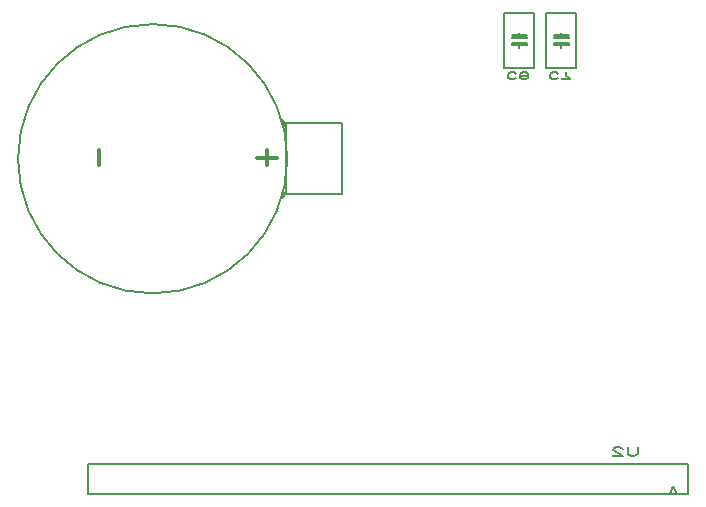
<source format=gbr>
G04 Generated by Ultiboard 13.0 *
%FSLAX24Y24*%
%MOIN*%

%ADD10C,0.0001*%
%ADD11C,0.0080*%
%ADD12C,0.0131*%
%ADD13C,0.0079*%


G04 ColorRGB FF14FF for the following layer *
%LNSilkscreen Bottom*%
%LPD*%
G54D10*
G54D11*
X20760Y2038D02*
X20760Y1800D01*
X20649Y1740D01*
X20538Y1740D01*
X20427Y1800D01*
X20427Y2038D01*
X20260Y1978D02*
X20149Y2038D01*
X20038Y2038D01*
X19927Y1978D01*
X19927Y1949D01*
X20260Y1740D01*
X19927Y1740D01*
X19927Y1770D01*
X22441Y484D02*
X2441Y484D01*
X2441Y1484D02*
X22441Y1484D01*
X22441Y484D01*
X22074Y484D02*
X21941Y734D01*
X21824Y484D01*
X2441Y484D02*
X2441Y1484D01*
X16711Y14487D02*
X16622Y14532D01*
X16533Y14532D01*
X16444Y14487D01*
X16444Y14351D01*
X16533Y14306D01*
X16622Y14306D01*
X16711Y14351D01*
X17022Y14532D02*
X16933Y14532D01*
X16844Y14487D01*
X16844Y14442D01*
X16889Y14419D01*
X16844Y14396D01*
X16844Y14351D01*
X16933Y14306D01*
X17022Y14306D01*
X17111Y14351D01*
X17111Y14396D01*
X17067Y14419D01*
X17111Y14442D01*
X17111Y14487D01*
X17022Y14532D01*
X16889Y14419D02*
X17067Y14419D01*
X16300Y16517D02*
X16300Y14683D01*
X17300Y14683D02*
X17300Y16517D01*
X16300Y14683D02*
X17300Y14683D01*
X17050Y15467D02*
X16550Y15467D01*
X16550Y15517D02*
X17050Y15517D01*
X17050Y15433D02*
X16550Y15433D01*
X16800Y15450D02*
X16800Y15350D01*
X17050Y15683D02*
X16550Y15683D01*
X17050Y15717D02*
X16550Y15717D01*
X16550Y15767D02*
X17050Y15767D01*
X16800Y15750D02*
X16800Y15850D01*
X17300Y16517D02*
X16300Y16517D01*
X18111Y14487D02*
X18022Y14532D01*
X17933Y14532D01*
X17844Y14487D01*
X17844Y14351D01*
X17933Y14306D01*
X18022Y14306D01*
X18111Y14351D01*
X18378Y14532D02*
X18378Y14419D01*
X18511Y14351D01*
X18511Y14306D01*
X18244Y14306D01*
X18244Y14351D01*
X17700Y16517D02*
X17700Y14683D01*
X18700Y14683D02*
X18700Y16517D01*
X17700Y14683D02*
X18700Y14683D01*
X18450Y15467D02*
X17950Y15467D01*
X17950Y15517D02*
X18450Y15517D01*
X18450Y15433D02*
X17950Y15433D01*
X18200Y15450D02*
X18200Y15350D01*
X18450Y15683D02*
X17950Y15683D01*
X18450Y15717D02*
X17950Y15717D01*
X17950Y15767D02*
X18450Y15767D01*
X18200Y15750D02*
X18200Y15850D01*
X18700Y16517D02*
X17700Y16517D01*
X9000Y10450D02*
X8900Y10350D01*
X9000Y10550D01*
X9000Y12850D02*
X8900Y12950D01*
X9000Y12750D01*
G54D12*
X8409Y11434D02*
X8409Y11938D01*
X8747Y11686D02*
X8072Y11686D01*
X2809Y11434D02*
X2809Y11938D01*
G54D13*
X100Y11650D02*
G75*
D01*
G02X100Y11650I4488J0*
G01*
X10900Y10469D02*
X9022Y10469D01*
X9022Y12831D01*
X10900Y12831D01*
X10900Y10469D01*

M02*

</source>
